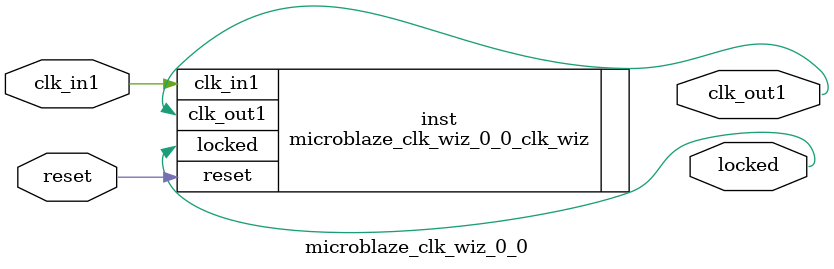
<source format=v>


`timescale 1ps/1ps

(* CORE_GENERATION_INFO = "microblaze_clk_wiz_0_0,clk_wiz_v6_0_1_0_0,{component_name=microblaze_clk_wiz_0_0,use_phase_alignment=true,use_min_o_jitter=false,use_max_i_jitter=false,use_dyn_phase_shift=false,use_inclk_switchover=false,use_dyn_reconfig=false,enable_axi=0,feedback_source=FDBK_AUTO,PRIMITIVE=MMCM,num_out_clk=1,clkin1_period=83.333,clkin2_period=10.0,use_power_down=false,use_reset=true,use_locked=true,use_inclk_stopped=false,feedback_type=SINGLE,CLOCK_MGR_TYPE=NA,manual_override=false}" *)

module microblaze_clk_wiz_0_0 
 (
  // Clock out ports
  output        clk_out1,
  // Status and control signals
  input         reset,
  output        locked,
 // Clock in ports
  input         clk_in1
 );

  microblaze_clk_wiz_0_0_clk_wiz inst
  (
  // Clock out ports  
  .clk_out1(clk_out1),
  // Status and control signals               
  .reset(reset), 
  .locked(locked),
 // Clock in ports
  .clk_in1(clk_in1)
  );

endmodule

</source>
